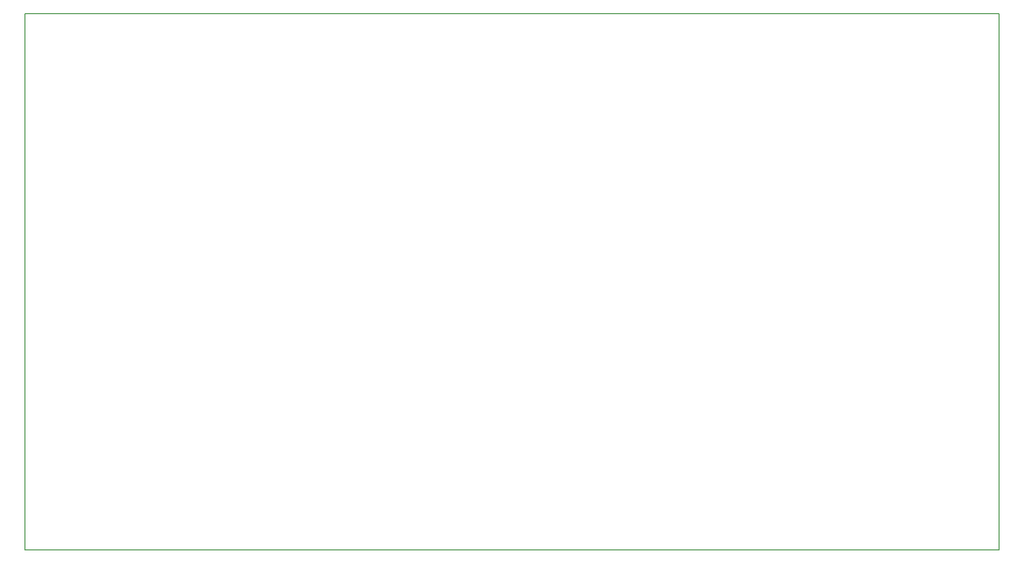
<source format=gbr>
G04 #@! TF.GenerationSoftware,KiCad,Pcbnew,5.0.2-bee76a0~70~ubuntu18.04.1*
G04 #@! TF.CreationDate,2019-06-19T23:06:31-07:00*
G04 #@! TF.ProjectId,aa-daughterboard-lvds,61612d64-6175-4676-9874-6572626f6172,rev?*
G04 #@! TF.SameCoordinates,Original*
G04 #@! TF.FileFunction,Profile,NP*
%FSLAX46Y46*%
G04 Gerber Fmt 4.6, Leading zero omitted, Abs format (unit mm)*
G04 Created by KiCad (PCBNEW 5.0.2-bee76a0~70~ubuntu18.04.1) date Wed 19 Jun 2019 11:06:31 PM PDT*
%MOMM*%
%LPD*%
G01*
G04 APERTURE LIST*
%ADD10C,0.200000*%
G04 APERTURE END LIST*
D10*
X53340000Y-147320000D02*
X53340000Y-50800000D01*
X228600000Y-147320000D02*
X53340000Y-147320000D01*
X228600000Y-50800000D02*
X228600000Y-147320000D01*
X53340000Y-50800000D02*
X228600000Y-50800000D01*
M02*

</source>
